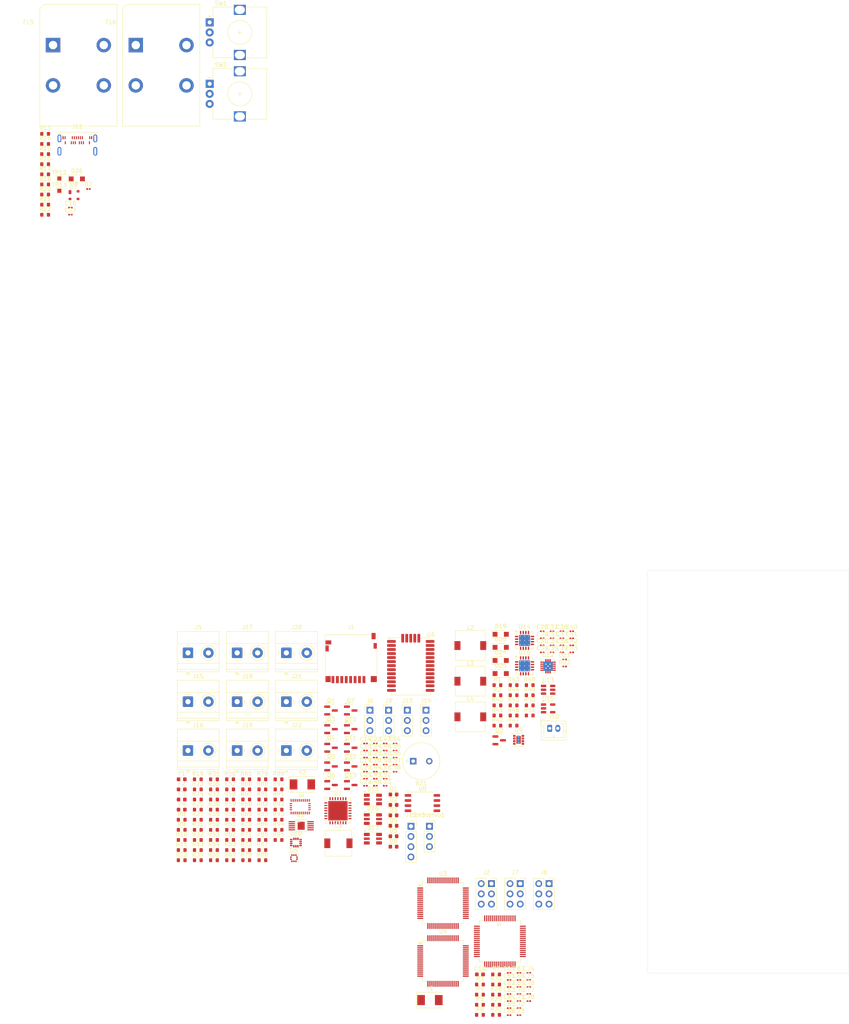
<source format=kicad_pcb>
(kicad_pcb (version 20241229) (generator "pcbnew") (generator_version "9.0")
  (layers (0 "F.Cu" signal) (2 "B.Cu" signal) (13 "F.Paste" user) (15 "B.Paste" user) (5 "F.SilkS" user "F.Silkscreen") (7 "B.SilkS" user "B.Silkscreen") (1 "F.Mask" user) (3 "B.Mask" user) (25 "Edge.Cuts" user))
  (net 0 "")
  (net 1 "Net-(1x3servo1-Pin_2)")
  (net 2 "GND")
  (net 3 "+3.3V")
  (net 4 "SERVO5")
  (net 5 "+5V")
  (net 6 "Net-(D20-K)")
  (net 7 "Net-(U9-SS{slash}TR)")
  (net 8 "Net-(U15-EN)")
  (net 9 "Net-(D4-A)")
  (net 10 "Net-(BZ1--)")
  (net 11 "Net-(U1-XTAL32)")
  (net 12 "Net-(U2-CAP)")
  (net 13 "Net-(D26-A)")
  (net 14 "Net-(U1-EXTAL32)")
  (net 15 "Net-(D2-A)")
  (net 16 "VBUS")
  (net 17 "Net-(D21-A)")
  (net 18 "Net-(D22-A)")
  (net 19 "Net-(U6-RF_OUT)")
  (net 20 "Net-(J4-In)")
  (net 21 "Net-(U7-RFO_HF)")
  (net 22 "Net-(C22-Pad2)")
  (net 23 "Net-(U7-PA_BOOST)")
  (net 24 "Net-(U7-VR_PA)")
  (net 25 "POWAAAA")
  (net 26 "Net-(J9-Pin_2)")
  (net 27 "Net-(J10-Pin_1)")
  (net 28 "Net-(L2-Pad2)")
  (net 29 "Net-(Q2-G)")
  (net 30 "bat")
  (net 31 "Net-(U14-LBI)")
  (net 32 "Net-(U14-FB)")
  (net 33 "Net-(U9-FB)")
  (net 36 "Net-(D24-K)")
  (net 38 "usbc")
  (net 39 "Net-(D25-K)")
  (net 40 "Net-(U12-VAUX)")
  (net 43 "Net-(U12-FB)")
  (net 44 "Net-(U2-XIN32)")
  (net 46 "Net-(U2-XOUT32{slash}CLKSEL1)")
  (net 49 "Net-(IC1-OUT2)")
  (net 51 "Net-(IC1-OUT1)")
  (net 54 "Net-(U4-VDDCORE)")
  (net 55 "Net-(U1-VOUT3V3)")
  (net 56 "Net-(U3-VDDCORE)")
  (net 59 "Net-(U4-GNDANA)")
  (net 62 "Net-(D1-K)")
  (net 63 "Net-(D3-A)")
  (net 64 "Net-(D3-K)")
  (net 65 "Net-(D4-K)")
  (net 66 "Net-(D5-K)")
  (net 67 "Net-(D5-A)")
  (net 68 "Net-(D6-A)")
  (net 69 "Net-(D6-K)")
  (net 70 "Net-(D7-A)")
  (net 72 "Net-(D8-I{slash}O1)")
  (net 73 "Net-(D8-I{slash}O2)")
  (net 74 "Net-(D15-RA)")
  (net 76 "Net-(D15-BA)")
  (net 79 "Net-(D15-GA)")
  (net 80 "Net-(D16-GA)")
  (net 81 "Net-(D16-RA)")
  (net 82 "Net-(D16-BA)")
  (net 84 "Net-(D17-GA)")
  (net 86 "Net-(D17-RA)")
  (net 95 "Net-(D17-BA)")
  (net 97 "Net-(J19-Pin_2)")
  (net 98 "Net-(J20-Pin_2)")
  (net 99 "Net-(J21-Pin_2)")
  (net 101 "Net-(J22-Pin_2)")
  (net 103 "Net-(FL5-Pad3)")
  (net 105 "Net-(FL5-Pad4)")
  (net 109 "SERVO3")
  (net 110 "Net-(J6-Pin_2)")
  (net 113 "SERVO4")
  (net 117 "Net-(J11-CC1)")
  (net 128 "Net-(J11-CC2)")
  (net 129 "SERVO2")
  (net 130 "Net-(J13-Pin_2)")
  (net 132 "Net-(J14-Pin_2)")
  (net 133 "SERVO1")
  (net 135 "Net-(L3-Pad2)")
  (net 138 "Net-(U12-L1)")
  (net 140 "Net-(U12-L2)")
  (net 142 "Net-(Q1-G)")
  (net 143 "Net-(Q1-D)")
  (net 144 "Net-(Q3-G)")
  (net 145 "Net-(Q3-D)")
  (net 146 "Net-(Q4-G)")
  (net 147 "Net-(Q4-D)")
  (net 149 "Net-(Q5-G)")
  (net 152 "Net-(Q5-D)")
  (net 156 "Net-(Q6-D)")
  (net 157 "Net-(Q6-G)")
  (net 158 "BUZZER")
  (net 159 "Net-(Q10-G)")
  (net 160 "Net-(Q10-D)")
  (net 161 "Net-(Q11-D)")
  (net 162 "Net-(Q11-G)")
  (net 163 "Net-(Q12-D)")
  (net 165 "Net-(Q12-G)")
  (net 166 "Net-(Q13-D)")
  (net 168 "Net-(Q13-G)")
  (net 171 "nRESET DMCU-1")
  (net 172 "nRESET MMCU")
  (net 173 "nRESET DMCU-2")
  (net 178 "scl")
  (net 180 "sda")
  (net 182 "Net-(U2-~{BOOT})")
  (net 183 "Net-(U2-PS1)")
  (net 185 "Net-(U2-PS0{slash}WAKE)")
  (net 187 "Net-(U6-~{RESET})")
  (net 188 "RS_GPS TMCU")
  (net 189 "Net-(U8-~{WP}{slash}IO_{2})")
  (net 190 "D+ MMCU")
  (net 191 "Net-(R13-Pad1)")
  (net 192 "Net-(R14-Pad1)")
  (net 193 "D+ DMCU-1")
  (net 194 "D+ DMCU-2")
  (net 195 "Net-(R15-Pad1)")
  (net 196 "Net-(R16-Pad1)")
  (net 197 "D- MMCU")
  (net 199 "D- DMCU-1")
  (net 200 "Net-(R17-Pad1)")
  (net 201 "Net-(R18-Pad1)")
  (net 202 "D- DMCU-2")
  (net 203 "Net-(U7-DIO0)")
  (net 204 "Net-(U7-DIO1)")
  (net 205 "DIR1")
  (net 206 "PWM1")
  (net 207 "CS_IMU TMCU")
  (net 208 "INTERRUPT TMCU")
  (net 209 "CS_BARO TMCU")
  (net 210 "CS_SD MMCU")
  (net 211 "CS_NAND MMCU")
  (net 216 "RESETN TMCU")
  (net 217 "SPI_CLOCK TMCU")
  (net 218 "MISO TMCU")
  (net 219 "MOSI TMCU")
  (net 220 "CS_IMU1")
  (net 221 "Net-(U16-LBI)")
  (net 222 "Net-(U16-FB)")
  (net 223 "Net-(U5-INT_DRDY)")
  (net 224 "Net-(U8-~{HOLD}{slash}~{RESET}{slash}IO_{3})")
  (net 225 "SD_DETECT")
  (net 226 "Net-(U7-NSS)")
  (net 227 "mosfet1_signal")
  (net 228 "mosfet2_signal")
  (net 229 "mosfet3_signal")
  (net 230 "mosfet4_signal")
  (net 231 "mosfet5_signal")
  (net 232 "Net-(J15-Pin_2)")
  (net 233 "Net-(J16-Pin_2)")
  (net 234 "Net-(J17-Pin_2)")
  (net 235 "Net-(J18-Pin_2)")
  (net 236 "1B")
  (net 237 "1G")
  (net 238 "1R")
  (net 239 "2R")
  (net 240 "2G")
  (net 241 "2B")
  (net 242 "3R")
  (net 243 "3G")
  (net 244 "3B")
  (net 245 "I2C0_SCL")
  (net 246 "SWCLK DMCU-1")
  (net 247 "SWDIO DMCU-1")
  (net 248 "PTD4")
  (net 249 "I2C0_SDA")
  (net 250 "RX TMCU")
  (net 251 "PTA12")
  (net 252 "CS TMCU")
  (net 253 "TX TMCU")
  (net 254 "SWDIO DMCU-2")
  (net 255 "SWCLK DMCU-2")
  (net 256 " SPI0_SCK MMCU")
  (net 257 "NAND_MISO MMCU")
  (net 258 "NAND_MOSI MMCU")
  (net 283 "SPI0_SCK MMCU")
  (net 285 "SWCLK MMCU")
  (net 286 "SWDIO MMCU")
  (net 290 "CAM_RX")
  (net 291 "CAM_TX")
  (footprint "Capacitor_SMD:C_0201_0603Metric" (layer "F.Cu") (at 80.435 132.09)
    (property "Reference" "C61")
    (property "Value" "100nF")
  )
  (footprint "Resistor_SMD:R_0603_1608Metric" (layer "F.Cu") (at 7.115 94.84)
    (property "Reference" "R52")
    (property "Value" "10k")
  )
  (footprint "Resistor_SMD:R_0603_1608Metric" (layer "F.Cu") (at 81.545 61.43)
    (property "Reference" "R44")
    (property "Value" "350k")
  )
  (footprint "Diode_SMD:D_0603_1608Metric" (layer "F.Cu") (at 51.725 86.06)
    (property "Reference" "D1")
    (property "Value" "D_Schottky")
  )
  (footprint "Fuse:Fuse_0603_1608Metric" (layer "F.Cu") (at -0.905 84.8)
    (property "Reference" "F2")
    (property "Value" "Polyfuse")
  )
  (footprint "Resistor_SMD:R_0603_1608Metric" (layer "F.Cu") (at -34.83 -57.84)
    (property "Reference" "R22")
    (property "Value" "330")
  )
  (footprint "Resistor_SMD:R_0603_1608Metric" (layer "F.Cu") (at 7.115 82.29)
    (property "Reference" "R35")
    (property "Value" "10k")
  )
  (footprint "Package_TO_SOT_SMD:TSOT-23-6" (layer "F.Cu") (at 90.135 60.065)
    (property "Reference" "U13")
    (property "Value" "LTC4412xS6")
  )
  (footprint "Resistor_SMD:R_0603_1608Metric" (layer "F.Cu") (at 23.155 94.84)
    (property "Reference" "R94")
    (property "Value" "220")
  )
  (footprint "Package_TO_SOT_SMD:SOT-23" (layer "F.Cu") (at 41.085 79.09)
    (property "Reference" "Q12")
    (property "Value" "2N7002")
  )
  (footprint "Resistor_SMD:R_0603_1608Metric" (layer "F.Cu") (at -34.83 -75.41)
    (property "Reference" "R14")
    (property "Value" "22")
  )
  (footprint "Capacitor_SMD:C_0201_0603Metric" (layer "F.Cu") (at 85.335 137.34)
    (property "Reference" "C78")
    (property "Value" "100nF")
  )
  (footprint "Package_DFN_QFN:Texas_RSA_VQFN-16-1EP_4x4mm_P0.65mm_EP2.7x2.7mm_ThermalVias" (layer "F.Cu") (at 84.275 54.13)
    (property "Reference" "U16")
    (property "Value" "TPS61092")
  )
  (footprint "Capacitor_SMD:C_0201_0603Metric" (layer "F.Cu") (at 44.755 75.14)
    (property "Reference" "C15")
    (property "Value" "100nF")
  )
  (footprint "Package_TO_SOT_SMD:SOT-23" (layer "F.Cu") (at 36.195 83.715)
    (property "Reference" "Q6")
    (property "Value" "2N7002")
  )
  (footprint "Resistor_SMD:R_0603_1608Metric" (layer "F.Cu") (at 77.535 68.96)
    (property "Reference" "R42")
    (property "Value" "430k")
  )
  (footprint "Resistor_SMD:R_0603_1608Metric" (layer "F.Cu") (at 81.545 63.94)
    (property "Reference" "R45")
    (property "Value" "100k")
  )
  (footprint "Capacitor_SMD:C_0201_0603Metric" (layer "F.Cu") (at 88.655 50.79)
    (property "Reference" "C31")
    (property "Value" "100u")
  )
  (footprint "Resistor_SMD:R_0603_1608Metric" (layer "F.Cu") (at 77.535 61.43)
    (property "Reference" "R2")
    (property "Value" "10k")
  )
  (footprint "Resistor_SMD:R_0603_1608Metric" (layer "F.Cu") (at 19.145 89.82)
    (property "Reference" "R82")
    (property "Value" "10k")
  )
  (footprint "Capacitor_SMD:C_0201_0603Metric" (layer "F.Cu") (at 47.205 82.14)
    (property "Reference" "C45")
    (property "Value" "100nF")
  )
  (footprint "Package_SO:SOIC-8_5.3x5.3mm_P1.27mm" (layer "F.Cu") (at 58.905 88.19)
    (property "Reference" "U8")
    (property "Value" "NAND")
  )
  (footprint "LED_SMD:LED_ROHM_SMLVN6" (layer "F.Cu") (at 46.605 92.17)
    (property "Reference" "D16")
    (property "Value" "SMLVN6RGB")
  )
  (footprint "Resistor_SMD:R_0603_1608Metric" (layer "F.Cu") (at -34.83 -65.37)
    (property "Reference" "R18")
    (property "Value" "22")
  )
  (footprint "MK20DX256VLH7:QFP50P1200X1200X160-64N" (layer "F.Cu") (at 78.1416 122.5166)
    (property "Reference" "U1")
    (property "Value" "MMCU")
  )
  (footprint "Crystal:Crystal_SMD_0603-2Pin_6.0x3.5mm" (layer "F.Cu") (at 29.085 83.56)
    (property "Reference" "Y2")
    (property "Value" "32.768kHz")
  )
  (footprint "Connector_USB:USB_C_Receptacle_Amphenol_124019772112A" (layer "F.Cu") (at -26.82 -73.77)
    (property "Reference" "J11")
    (property "Value" "USB_C_Receptacle_USB2.0_16P")
  )
  (footprint "Package_SON:Texas_S-PWSON-N10_ThermalVias" (layer "F.Cu") (at 90.105 54.22)
    (property "Reference" "U12")
    (property "Value" "TPS63061")
  )
  (footprint "Package_TO_SOT_SMD:SOT-23" (layer "F.Cu") (at 36.195 69.84)
    (property "Reference" "Q3")
    (property "Value" "2N7002")
  )
  (footprint "Package_QFP:TQFP-64_10x10mm_P0.5mm" (layer "F.Cu") (at 64.015 127.39)
    (property "Reference" "U4")
    (property "Value" "TMCU")
  )
  (footprint "LED_SMD:LED_0201_0603Metric" (layer "F.Cu") (at -24.065 -64.24)
    (property "Reference" "D7")
    (property "Value" "LED")
  )
  (footprint "Package_TO_SOT_SMD:SOT-23" (layer "F.Cu") (at 36.195 74.465)
    (property "Reference" "Q4")
    (property "Value" "2N7002")
  )
  (footprint "Resistor_SMD:R_0603_1608Metric" (layer "F.Cu") (at 19.145 97.35)
    (property "Reference" "R85")
    (property "Value" "100")
  )
  (footprint "Resistor_SMD:R_0603_1608Metric" (layer "F.Cu") (at -0.905 99.86)
    (property "Reference" "R11")
    (property "Value" "10kΩ")
  )
  (footprint "Package_DFN_QFN:Texas_RSA_VQFN-16-1EP_4x4mm_P0.65mm_EP2.7x2.7mm_ThermalVias" (layer "F.Cu") (at 84.275 47.82)
    (property "Reference" "U14")
    (property "Value" "TPS61092")
  )
  (footprint "Resistor_SMD:R_0603_1608Metric" (layer "F.Cu") (at 73.195 140.76)
    (property "Reference" "R6")
    (property "Value" "4.7k")
  )
  (footprint "Package_TO_SOT_SMD:SOT-23-5" (layer "F.Cu") (at 90.135 64.69)
    (property "Reference" "U15")
    (property "Value" "AP2112K-3.3")
  )
  (footprint "Inductor_THT:L_CommonMode_PulseElectronics_PH9455x105NL_1" (layer "F.Cu") (at -32.86 -99.95)
    (property "Reference" "FL5")
    (property "Value" "Choke_CommonMode_PulseElectronics_PH9455x105NL")
  )
  (footprint "Capacitor_SMD:C_0201_0603Metric" (layer "F.Cu") (at 96.005 49.04)
    (property "Reference" "C42")
    (property "Value" "10uF")
  )
  (footprint "Capacitor_SMD:C_0201_0603Metric" (layer "F.Cu") (at 47.205 83.89)
    (property "Reference" "C46")
    (property "Value" "22pF")
  )
  (footprint "Capacitor_SMD:C_0201_0603Metric" (layer "F.Cu") (at 82.885 137.34)
    (property "Reference" "C71")
    (property "Value" "100nF")
  )
  (footprint "Package_TO_SOT_SMD:SOT-23" (layer "F.Cu") (at 41.085 65.215)
    (property "Reference" "Q7")
    (property "Value" "BSS138")
  )
  (footprint "Resistor_SMD:R_0603_1608Metric" (layer "F.Cu") (at 15.135 82.29)
    (property "Reference" "R65")
    (property "Value" "100")
  )
  (footprint "TerminalBlock_Phoenix:TerminalBlock_Phoenix_MKDS-1,5-2-5.08_1x02_P5.08mm_Horizontal" (layer "F.Cu") (at 0.655 75.15)
    (property "Reference" "J16")
    (property "Value" "arming terminal")
  )
  (footprint "Capacitor_SMD:C_0201_0603Metric" (layer "F.Cu") (at 80.435 130.34)
    (property "Reference" "C17")
    (property "Value" "12pF")
  )
  (footprint "Capacitor_SMD:C_0201_0603Metric" (layer "F.Cu") (at 85.335 132.09)
    (property "Reference" "C75")
    (property "Value" "100nF")
  )
  (footprint "Resistor_SMD:R_0603_1608Metric" (layer "F.Cu") (at 3.105 94.84)
    (property "Reference" "R31")
    (property "Value" "10k")
  )
  (footprint "Capacitor_SMD:C_0201_0603Metric" (layer "F.Cu") (at 88.655 49.04)
    (property "Reference" "C30")
    (property "Value" "2u2")
  )
  (footprint "Resistor_SMD:R_0603_1608Metric" (layer "F.Cu") (at 81.545 58.92)
    (property "Reference" "R43")
    (property "Value" "100k")
  )
  (footprint "Resistor_SMD:R_0603_1608Metric" (layer "F.Cu") (at 81.545 66.45)
    (property "Reference" "R46")
    (property "Value" "100")
  )
  (footprint "Resistor_SMD:R_0603_1608Metric" (layer "F.Cu") (at 11.125 102.37)
    (property "Reference" "R64")
    (property "Value" "100")
  )
  (footprint "Capacitor_SMD:C_0201_0603Metric" (layer "F.Cu") (at 91.105 50.79)
    (property "Reference" "C35")
    (property "Value" "1uF")
  )
  (footprint "Resistor_SMD:R_0603_1608Metric" (layer "F.Cu") (at 19.145 92.33)
    (property "Reference" "R83")
    (property "Value" "100")
  )
  (footprint "Resistor_SMD:R_0603_1608Metric" (layer "F.Cu") (at 15.135 89.82)
    (property "Reference" "R68")
    (property "Value" "100k")
  )
  (footprint "Diode_SMD:Nexperia_CFP3_SOD-123W" (layer "F.Cu") (at 78.35 46.29)
    (property "Reference" "D19")
    (property "Value" "PMEG6020ER")
  )
  (footprint "Resistor_SMD:R_0603_1608Metric" (layer "F.Cu") (at 3.105 99.86)
    (property "Reference" "R33")
    (property "Value" "10k")
  )
  (footprint "Capacitor_SMD:C_0201_0603Metric" (layer "F.Cu") (at 82.885 132.09)
    (property "Reference" "C68")
    (property "Value" "100nF")
  )
  (footprint "Fuse:Fuse_0603_1608Metric" (layer "F.Cu") (at -0.905 87.31)
    (property "Reference" "F3")
    (property "Value" "Polyfuse")
  )
  (footprint "Resistor_SMD:R_0603_1608Metric" (layer "F.Cu") (at 7.115 99.86)
    (property "Reference" "R54")
    (property "Value" "10kΩ")
  )
  (footprint "Diode_SMD:Nexperia_CFP3_SOD-123W" (layer "F.Cu") (at 78.35 49.54)
    (property "Reference" "D20")
    (property "Value" "PMEG6020ER")
  )
  (footprint "Capacitor_SMD:C_0201_0603Metric" (layer "F.Cu") (at 52.105 76.89)
    (property "Reference" "C56")
    (property "Value" "100nF")
  )
  (footprint "Capacitor_SMD:C_0201_0603Metric" (layer "F.Cu") (at 44.755 78.64)
    (property "Reference" "C19")
    (property "Value" "100nF")
  )
  (footprint "Resistor_SMD:R_0603_1608Metric" (layer "F.Cu") (at 11.125 92.33)
    (property "Reference" "R60")
    (property "Value" "1k")
  )
  (footprint "Capacitor_SMD:C_0201_0603Metric" (layer "F.Cu") (at 47.205 73.39)
    (property "Reference" "C23")
    (property "Value" "100 nF")
  )
  (footprint "Resistor_SMD:R_0603_1608Metric" (layer "F.Cu") (at 3.105 89.82)
    (property "Reference" "R25")
    (property "Value" "10k")
  )
  (footprint "Inductor_SMD:L_7.3x7.3_H4.5" (layer "F.Cu") (at 70.805 66.79)
    (property "Reference" "L4")
    (property "Value" "SLF7055T-6R8N2R8-3PF")
  )
  (footprint "Capacitor_SMD:C_0201_0603Metric" (layer "F.Cu") (at 80.435 133.84)
    (property "Reference" "C62")
    (property "Value" "100nF")
  )
  (footprint "Resistor_SMD:R_0603_1608Metric" (layer "F.Cu") (at 11.125 94.84)
    (property "Reference" "R61")
    (property "Value" "1k")
  )
  (footprint "Resistor_SMD:R_0603_1608Metric" (layer "F.Cu") (at 73.195 135.74)
    (property "Reference" "R4")
    (property "Value" "10k")
  )
  (footprint "Capacitor_SMD:C_0201_0603Metric" (layer "F.Cu") (at 52.105 75.14)
    (property "Reference" "C55")
    (property "Value" "100nF")
  )
  (footprint "Resistor_SMD:R_0603_1608Metric" (layer "F.Cu") (at -34.83 -77.92)
    (property "Reference" "R13")
    (property "Value" "22")
  )
  (footprint "Capacitor_SMD:C_0201_0603Metric" (layer "F.Cu") (at 80.435 135.59)
    (property "Reference" "C63")
    (property "Value" "1uF")
  )
  (footprint "Inductor_SMD:L_7.3x7.3_H4.5" (layer "F.Cu") (at 70.805 49.09)
    (property "Reference" "L2")
    (property "Value" "SLF7055T-6R8N2R8-3PF")
  )
  (footprint "LED_SMD:LED_0201_0603Metric" (layer "F.Cu") (at 94.24 52.54)
    (property "Reference" "D21")
    (property "Value" "LED")
  )
  (footprint "Capacitor_SMD:C_0201_0603Metric" (layer "F.Cu") (at 49.655 76.89)
    (property "Reference" "C49")
    (property "Value" "100nF")
  )
  (footprint "Capacitor_SMD:C_0201_0603Metric" (layer "F.Cu") (at 82.885 140.84)
    (property "Reference" "C73")
    (property "Value" "100nF")
  )
  (footprint "Resistor_SMD:R_0603_1608Metric" (layer "F.Cu") (at 7.115 97.35)
    (property "Reference" "R53")
    (property "Value" "10k")
  )
  (footprint "Capacitor_SMD:C_0201_0603Metric" (layer "F.Cu") (at 96.005 50.79)
    (property "Reference" "C43")
    (property "Value" "10uF")
  )
  (footprint "Capacitor_SMD:C_0201_0603Metric" (layer "F.Cu") (at 93.555 47.29)
    (property "Reference" "C37")
    (property "Value" "10u")
  )
  (footprint "Resistor_SMD:R_0603_1608Metric" (layer "F.Cu") (at 23.155 84.8)
    (property "Reference" "R90")
    (property "Value" "220")
  )
  (footprint "Capacitor_SMD:C_0201_0603Metric" (layer "F.Cu") (at -28.55 -59.62)
    (property "Reference" "C16")
    (property "Value" "4n7")
  )
  (footprint "Resistor_SMD:R_0603_1608Metric" (layer "F.Cu") (at -34.83 -67.88)
    (property "Reference" "R17")
    (property "Value" "22")
  )
  (footprint "Resistor_SMD:R_0603_1608Metric" (layer "F.Cu") (at 77.535 63.94)
    (property "Reference" "R40")
    (property "Value" "100k")
  )
  (footprint "Capacitor_SMD:C_0201_0603Metric" (layer "F.Cu") (at 80.435 137.34)
    (property "Reference" "C64")
    (property "Value" "0.1uF")
  )
  (footprint "Resistor_SMD:R_0603_1608Metric" (layer "F.Cu") (at 11.125 84.8)
    (property "Reference" "R57")
    (property "Value" "10k")
  )
  (footprint "Capacitor_SMD:C_0201_0603Metric" (layer "F.Cu") (at 49.655 75.14)
    (property "Reference" "C48")
    (property "Value" "100nF")
  )
  (footprint "TerminalBlock_Phoenix:TerminalBlock_Phoenix_MKDS-1,5-2-5.08_1x02_P5.08mm_Horizontal" (layer "F.Cu") (at 25.095 50.9)
    (property "Reference" "J20")
    (property "Value" "Screw_Terminal_01x02")
  )
  (footprint "LED_SMD:LED_0603_1608Metric" (layer "F.Cu") (at 51.725 96.42)
    (property "Reference" "D5")
    (property "Value" "LED")
  )
  (footprint "Capacitor_SMD:C_0201_0603Metric" (layer "F.Cu") (at 47.205 76.89)
    (property "Reference" "C25")
    (property "Value" "100nF")
  )
  (footprint "Resistor_SMD:R_0603_1608Metric" (layer "F.Cu") (at 15.135 99.86)
    (property "Reference" "R72")
    (property "Value" "2k2")
  )
  (footprint "Capacitor_SMD:C_0201_0603Metric" (layer "F.Cu") (at 52.105 78.64)
    (property "Reference" "C57")
    (property "Value" "100nF")
  )
  (footprint "Resistor_SMD:R_0603_1608Metric" (layer "F.Cu") (at 11.125 82.29)
    (property "Reference" "R56")
    (property "Value" "10k")
  )
  (footprint "Capacitor_SMD:C_0201_0603Metric" (layer "F.Cu") (at 85.335 135.59)
    (property "Reference" "C77")
    (property "Value" "100nF")
  )
  (footprint "TerminalBlock_Phoenix:TerminalBlock_Phoenix_MKDS-1,5-2-5.08_1x02_P5.08mm_Horizontal" (layer "F.Cu") (at 25.095 75.15)
    (property "Reference" "J22")
    (property "Value" "Screw_Terminal_01x02")
  )
  (footprint "Package_TO_SOT_SMD:SOT-23" (layer "F.Cu") (at 41.085 69.84)
    (property "Reference" "Q10")
    (property "Value" "2N7002")
  )
  (footprint "Resistor_SMD:R_0603_1608Metric" (layer "F.Cu") (at 23.155 82.29)
    (property "Reference" "R89")
    (property "Value" "220")
  )
  (footprint "Capacitor_SMD:C_0201_0603Metric" (layer "F.Cu") (at 93.555 45.54)
    (property "Reference" "C36")
    (property "Value" "1u")
  )
  (footprint "Capacitor_SMD:C_0201_0603Metric" (layer "F.Cu") (at 47.205 78.64)
    (property "Reference" "C26")
    (property "Value" "10nF")
  )
  (footprint "Resistor_SMD:R_0603_1608Metric" (layer "F.Cu") (at -34.83 -70.39)
    (property "Reference" "R16")
    (property "Value" "22")
  )
  (footprint "LED_SMD:LED_ROHM_SMLVN6" (layer "F.Cu") (at 46.605 87.305)
    (property "Reference" "D15")
    (property "Value" "SMLVN6RGB")
  )
  (footprint "Capacitor_SMD:C_0201_0603Metric" (layer "F.Cu") (at 80.435 139.09)
    (property "Reference" "C65")
    (property "Value" "0.1uF")
  )
  (footprint "Capacitor_SMD:C_0201_0603Metric" (layer "F.Cu") (at 47.205 75.14)
    (property "Reference" "C24")
    (property "Value" "10nF")
  )
  (footprint "Resistor_SMD:R_0603_1608Metric" (layer "F.Cu") (at -0.905 97.35)
    (property "Reference" "R10")
    (property "Value" "10kΩ")
  )
  (footprint "Resistor_SMD:R_0603_1608Metric" (layer "F.Cu") (at 85.555 58.92)
    (property "Reference" "R48")
    (property "Value" "100k")
  )
  (footprint "Resistor_SMD:R_0603_1608Metric" (layer "F.Cu") (at -0.905 92.33)
    (property "Reference" "R8")
    (property "Value" "10kΩ")
  )
  (footprint "Resistor_SMD:R_0603_1608Metric" (layer "F.Cu") (at 15.135 87.31)
    (property "Reference" "R67")
    (property "Value" "100")
  )
  (footprint "TerminalBlock_Phoenix:TerminalBlock_Phoenix_MKDS-1,5-2-5.08_1x02_P5.08mm_Horizontal" (layer "F.Cu") (at 0.655 50.9)
    (property "Reference" "J5")
    (property "Value" "Screw_Term")
  )
  (footprint "Package_LGA:Texas_SIL0008D_MicroSiP-8-1EP_2.8x3mm_P0.65mm_EP1.1x1.9mm_ThermalVias" (layer "F.Cu") (at 82.79 72.49)
    (property "Reference" "U9")
    (property "Value" "TPS82130")
  )
  (footprint "Resistor_SMD:R_0603_1608Metric" (layer "F.Cu") (at 15.135 84.8)
    (property "Reference" "R66")
    (property "Value" "100")
  )
  (footprint "Capacitor_SMD:C_0201_0603Metric" (layer "F.Cu") (at 91.105 45.54)
    (property "Reference" "C32")
    (property "Value" "10uF")
  )
  (footprint "Resistor_SMD:R_0603_1608Metric" (layer "F.Cu") (at 77.205 133.23)
    (property "Reference" "R26")
    (property "Value" "R")
  )
  (footprint "Connector_PinHeader_2.54mm:PinHeader_1x03_P2.54mm_Vertical" (layer "F.Cu") (at 45.855 65.14)
    (property "Reference" "J6")
    (property "Value" "1x3 servo")
  )
  (footprint "Package_TO_SOT_SMD:SOT-23" (layer "F.Cu") (at 41.085 74.465)
    (property "Reference" "Q11")
    (property "Value" "2N7002")
  )
  (footprint "Capacitor_SMD:C_0201_0603Metric" (layer "F.Cu") (at 85.335 133.84)
    (property "Reference" "C76")
    (property "Value" "100nF")
  )
  (footprint "Resistor_SMD:R_0603_1608Metric" (layer "F.Cu") (at 7.115 87.31)
    (property "Reference" "R37")
    (property "Value" "10k")
  )
  (footprint "Resistor_SMD:R_0603_1608Metric" (layer "F.Cu") (at 77.205 135.74)
    (property "Reference" "R28")
    (property "Value" "R")
  )
  (footprint "Buzzer_Beeper:MagneticBuzzer_PUI_AT-0927-TT-6-R" (layer "F.Cu") (at 56.605 77.79)
    (property "Reference" "BZ1")
    (property "Value" "Buzzer")
  )
  (footprint "Resistor_SMD:R_0603_1608Metric" (layer "F.Cu") (at 81.545 68.96)
    (property "Reference" "R47")
    (property "Value" "330")
  )
  (footprint "Resistor_SMD:R_0603_1608Metric" (layer "F.Cu") (at 73.195 138.25)
    (property "Reference" "R5")
    (property "Value" "10k")
  )
  (footprint "Capacitor_SMD:C_0201_0603Metric" (layer "F.Cu") (at 96.005 45.54)
    (property "Reference" "C40")
    (property "Value" "10uF")
  )
  (footprint "Resistor_SMD:R_0603_1608Metric" (layer "F.Cu") (at 19.145 102.37)
    (property "Reference" "R88")
    (property "Value" "220")
  )
  (footprint "Crystal:Crystal_SMD_0603-2Pin_6.0x3.5mm" (layer "F.Cu") (at 60.765 137.09)
    (property "Reference" "Y1")
    (property "Value" "Crystal")
  )
  (footprint "Capacitor_SMD:C_0201_0603Metric" (layer "F.Cu") (at 82.885 133.84)
    (property "Reference" "C69")
    (property "Value" "100nF")
  )
  (footprint "BNO086:IC_BNO086" (layer "F.Cu") (at 28.535 89.085)
    (property "Reference" "U2")
    (property "Value" "IMU")
  )
  (footprint "LED_SMD:LED_0201_0603Metric" (layer "F.Cu") (at 94.24 54.29)
    (property "Reference" "D22")
    (property "Value" "LED")
  )
  (footprint "LED_SMD:LED_ROHM_SMLVN6" (layer "F.Cu") (at 46.605 97.035)
    (property "Reference" "D17")
    (property "Value" "SMLVN6RGB")
  )
  (footprint "Resistor_SMD:R_0603_1608Metric" (layer "F.Cu") (at 19.145 94.84)
    (property "Reference" "R84")
    (property "Value" "10k")
  )
  (footprint "LED_SMD:LED_0603_1608Metric" (layer "F.Cu") (at 51.725 99.01)
    (property "Reference" "D6")
    (property "Value" "LED")
  )
  (footprint "Resistor_SMD:R_0603_1608Metric" (layer "F.Cu") (at 3.105 87.31)
    (property "Reference" "R24")
    (property "Value" "10k")
  )
  (footprint "Connector_Card:microSD_HC_Hirose_DM3D-SF" (layer "F.Cu") (at 41.195 52.19)
    (property "Reference" "J1")
    (property "Value" "Micro_SD_Card_Det1")
  )
  (footprint "Capacitor_SMD:C_0201_0603Metric" (layer "F.Cu") (at 82.885 139.09)
    (property "Reference" "C72")
    (property "Value" "100nF")
  )
  (footprint "Resistor_SMD:R_0603_1608Metric" (layer "F.Cu") (at 23.155 87.31)
    (property "Reference" "R91")
    (property "Value" "220")
  )
  (footprint "Capacitor_SMD:C_0201_0603Metric" (layer "F.Cu") (at 52.105 80.39)
    (property "Reference" "C58")
    (property "Value" "100nF")
  )
  (footprint "Resistor_SMD:R_0603_1608Metric" (layer "F.Cu") (at -34.83 -62.86)
    (property "Reference" "R20")
    (property "Value" "5k1")
  )
  (footprint "Capacitor_SMD:C_0201_0603Metric" (layer "F.Cu") (at 88.655 47.29)
    (property "Reference" "C29")
    (property "Value" "10u")
  )
  (footprint "Capacitor_SMD:C_0201_0603Metric" (layer "F.Cu") (at 49.655 83.89)
    (property "Reference" "C53")
    (property "Value" "100nF")
  )
  (footprint "Capacitor_SMD:C_0201_0603Metric" (layer "F.Cu") (at 44.755 83.89)
    (property "Reference" "C22")
    (property "Value" "1.8 pF")
  )
  (footprint "Resistor_SMD:R_0603_1608Metric" (layer "F.Cu") (at 3.105 92.33)
    (property "Reference" "R27")
    (property "Value" "10k")
  )
  (footprint "Rotary_Encoder:RotaryEncoder_Alps_EC12E_Vertical_H20mm" (layer "F.Cu") (at 6.04 -90.35)
    (property "Reference" "SW2")
    (property "Value" "SW_Rotary_1x4_MP")
  )
  (footprint "Resistor_SMD:R_0603_1608Metric" (layer "F.Cu") (at 11.125 99.86)
    (property "Reference" "R63")
    (property "Value" "100")
  )
  (footprint "Capacitor_SMD:C_0603_1608Metric" (layer "F.Cu") (at 73.195 130.72)
    (property "Reference" "C10")
    (property "Value" "12pF")
  )
  (footprint "Resistor_SMD:R_0603_1608Metric" (layer "F.Cu") (at 3.105 102.37)
    (property "Reference" "R34")
    (property "Value" "10k")
  )
  (footprint "Capacitor_SMD:C_0201_0603Metric" (layer "F.Cu") (at 49.655 82.14)
    (property "Reference" "C52")
    (property "Value" "100nF")
  )
  (footprint "A3909:MSOP10-PAD" (layer "F.Cu") (at 28.785 93.8185)
    (property "Reference" "IC1")
    (property "Value" "A3909")
  )
  (footprint "Resistor_SMD:R_0603_1608Metric" (layer "F.Cu") (at 7.115 89.82)
    (property "Reference" "R38")
    (property "Value" "10k")
  )
  (footprint "Diode_SMD:Nexperia_CFP3_SOD-123W" (layer "F.Cu") (at -26.955 -66.74)
    (property "Reference" "D26")
    (property "Value" "PMEG6020ER")
  )
  (footprint "Capacitor_SMD:C_0201_0603Metric" (layer "F.Cu") (at 44.755 73.39)
    (property "Reference" "C14")
    (property "Value" "0.1µF")
  )
  (footprint "Capacitor_SMD:C_0201_0603Metric" (layer "F.Cu") (at 49.655 80.39)
    (property "Reference" "C51")
    (property "Value" "100nF")
  )
  (footprint "Connector_JST:JST_PH_B2B-PH-K_1x02_P2.00mm_Vertical" (layer "F.Cu") (at 90.535 69.64)
    (property "Reference" "J10")
    (property "Value" "Conn_01x02_Pin")
  )
  (footprint "Package_TO_SOT_SMD:SOT-23" (layer "F.Cu") (at 36.195 79.09)
    (property "Reference" "Q5")
    (property "Value" "2N7002")
  )
  (footprint "Resistor_SMD:R_0603_1608Metric" (layer "F.Cu") (at 23.155 89.82)
    (property "Reference" "R92")
    (property "Value" "220")
  )
  (footprint "Connector_PinHeader_2.54mm:PinHeader_1x03_P2.54mm_Vertical" (layer "F.Cu") (at 55.155 65.14)
    (property "Reference" "J13")
    (property "Value" "1x3 servo")
  )
  (footprint "Resistor_SMD:R_0603_1608Metric" (layer "F.Cu") (at 73.195 133.23)
    (property "Reference" "R3")
    (property "Value" "10k")
  )
  (footprint "Capacitor_SMD:C_0201_0603Metric" (layer "F.Cu") (at 52.105 73.39)
    (property "Reference" "C54")
    (property "Value" "100nF")
  )
  (footprint "Capacitor_SMD:C_0201_0603Metric" (layer "F.Cu") (at 88.655 45.54)
    (property "Reference" "C28")
    (property "Value" "10uF")
  )
  (footprint "TestPoint:TestPoint_Pad_1.0x1.0mm" (layer "F.Cu") (at -31.3 -66.84)
    (property "Reference" "TP12")
    (property "Value" "TestPoint")
  )
  (footprint "Resistor_SMD:R_0603_1608Metric" (layer "F.Cu") (at 7.115 92.33)
    (property "Reference" "R39")
    (property "Value" "10k")
  )
  (footprint "Resistor_SMD:R_0603_1608Metric" (layer "F.Cu") (at -0.905 102.37)
    (property "Reference" "R12")
    (property "Value" "10kΩ")
  )
  (footprint "Capacitor_SMD:C_0201_0603Metric" (layer "F.Cu") (at 85.335 130.34)
    (property "Reference" "C74")
    (property "Value" "100nF")
  )
  (footprint "Resistor_SMD:R_0603_1608Metric" (layer "F.Cu") (at 19.145 99.86)
    (property "Reference" "R87")
    (property "Value" "220")
  )
  (footprint "RF_GPS:Quectel_L96" (layer "F.Cu") (at 56.005 54.27)
    (property "Reference" "U6")
    (property "Value" "GPS")
  )
  (footprint "Connector_PinHeader_2.54mm:PinHeader_1x03_P2.54mm_Vertical" (layer "F.Cu") (at 59.805 65.14)
    (property "Reference" "J14")
    (property "Value" "1x3 servo")
  )
  (footprint "Resistor_SMD:R_0603_1608Metric" (layer "F.Cu") (at 11.125 87.31)
    (property "Reference" "R58")
    (property "Value" "1k")
  )
  (footprint "Diode_SMD:Nexperia_CFP3_SOD-123W" (layer "F.Cu") (at 78.35 52.79)
    (property "Reference" "D24")
    (property "Value" "PMEG6020ER")
  )
  (footprint "Fuse:Fuse_0603_1608Metric" (layer "F.Cu") (at -0.905 89.82)
    (property "Reference" "F4")
    (property "Value" "Polyfuse")
  )
  (footprint "Inductor_SMD:L_6.3x6.3_H3" (layer "F.Cu") (at 38.025 98.17)
    (property "Reference" "L1")
    (property "Value" "47 nH")
  )
  (footprint "Capacitor_SMD:C_0201_0603Metric" (layer "F.Cu") (at 47.205 80.39)
    (property "Reference" "C44")
    (property "Value" "100nF")
  )
  (footprint "Resistor_SMD:R_0603_1608Metric" (layer "F.Cu") (at 15.135 97.35)
    (property "Reference" "R71")
    (property "Value" "100k")
  )
  (footprint "TerminalBlock_Phoenix:TerminalBlock_Phoenix_MKDS-1,5-2-5.08_1x02_P5.08mm_Horizontal" (layer "F.Cu") (at 25.095 63.025)
    (property "Reference" "J21")
    (property "Value" "Screw_Terminal_01x02")
  )
  (footprint "Inductor_THT:L_CommonMode_PulseElectronics_PH9455x105NL_1" (layer "F.Cu") (at -12.31 -99.95)
    (property "Reference" "FL6")
    (property "Value" "Choke_CommonMode_PulseElectronics_PH9455x105NL")
  )
  (footprint "Resistor_SMD:R_0603_1608Metric" (layer "F.Cu") (at 19.145 87.31)
    (property "Reference" "R81")
    (property "Value" "100")
  )
  (footprint "Resistor_SMD:R_0603_1608Metric" (layer "F.Cu") (at 77.205 138.25)
    (property "Reference" "R29")
    (property "Value" "R")
  )
  (footprint "Resistor_SMD:R_0603_1608Metric" (layer "F.Cu") (at 77.535 58.92)
    (property "Reference" "R1")
    (property "Value" "90k")
  )
  (footprint "Package_TO_SOT_SMD:SOT-23" (layer "F.Cu") (at 41.085 83.715)
    (property "Reference" "Q13")
    (property "Value" "2N7002")
  )
  (footprint "Capacitor_SMD:C_0201_0603Metric" (layer "F.Cu") (at 80.435 140.84)
    (property "Reference" "C66")
    (property "Value" "0.1uF")
  )
  (footprint "Resistor_SMD:R_0603_1608Metric" (layer "F.Cu") (at 3.105 84.8)
    (property "Reference" "R23")
    (property "Value" "10k")
  )
  (footprint "Resistor_SMD:R_0603_1608Metric" (layer "F.Cu") (at 7.115 102.37)
    (property "Reference" "R55")
    (property "Value" "10kΩ")
  )
  (footprint "Package_LGA:ST_HLGA-10_2x2mm_P0.5mm_LayoutBorder3x2y" (layer "F.Cu") (at 26.98 101.875)
    (property "Reference" "U5")
    (property "Value" "LPS22HB")
  )
  (footprint "Resistor_SMD:R_0603_1608Metric" (layer "F.Cu") (at 85.555 61.43)
    (property "Reference" "R49")
    (property "Value" "100k")
  )
  (footprint "Connector_PinSocket_2.54mm:PinSocket_2x03_P2.54mm_Vertical" (layer "F.Cu") (at 90.355 108.19)
    (property "Reference" "J8")
    (property "Value" "Conn_02x03_Counter_Clockwise")
  )
  (footprint "Resistor_SMD:R_0603_1608Metric" (layer "F.Cu") (at 77.205 130.72)
    (property "Reference" "R7")
    (property "Value" "4.7k")
  )
  (footprint "Package_TO_SOT_SMD:SOT-23" (layer "F.Cu") (at 36.195 65.215)
    (property "Reference" "Q1")
    (property "Value" "2N7002")
  )
  (footprint "Resistor_SMD:R_0603_1608Metric" (layer "F.Cu") (at 23.155 92.33)
    (property "Reference" "R93")
    (property "Value" "220")
  )
  (footprint "Resistor_SMD:R_0603_1608Metric" (layer "F.Cu") (at 3.105 97.35)
    (property "Reference" "R32")
    (property "Value" "10k")
  )
  (footprint "Resistor_SMD:R_0603_1608Metric" (layer "F.Cu") (at 77.535 66.45)
    (property "Reference" "R41")
    (property "Value" "100k")
  )
  (footprint "Connector_PinSocket_2.54mm:PinSocket_1x03_P2.54mm_Vertical" (layer "F.Cu") (at 60.655 93.94)
    (property "Reference" "1x3servo1")
    (property "Value" "Conn_01x03")
  )
  (footprint "Rotary_Encoder:RotaryEncoder_Alps_EC12E_Vertical_H20mm" (layer "F.Cu") (at 6.04 -105.6)
    (property "Reference" "SW1")
    (property "Value" "SW_Rotary_1x4_MP")
  )
  (footprint "Package_QFP:TQFP-64_10x10mm_P0.5mm" (layer "F.Cu") (at 64.015 113.04)
    (property "Reference" "U3")
    (property "Value" "NMCU")
  )
  (footprint "Capacitor_SMD:C_0201_0603Metric" (layer "F.Cu") (at 91.105 49.04)
    (property "Reference" "C34")
    (property "Value" "22uF")
  )
  (footprint "Resistor_SMD:R_0603_1608Metric" (layer "F.Cu") (at 19.145 82.29)
    (property "Reference" "R79")
    (property "Value" "100")
  )
  (footprint "Connector_PinSocket_2.54mm:PinSocket_2x03_P2.54mm_Vertical" (layer "F.Cu") (at 76.055 108.19)
    (property "Reference" "J2")
    (property "Value" "Conn_02x03_Counter_Clockwise")
  )
  (footprint "Resistor_SMD:R_0603_1608Metric" (layer "F.Cu") (at 15.135 92.33)
    (property "Reference" "R69")
    (property "Value" "100k")
  )
  (footprint "Resistor_SMD:R_0603_1608Metric" (layer "F.Cu") (at 11.125 97.35)
    (property "Reference" "R62")
    (property "Value" "100k")
  )
  (footprint "Package_TO_SOT_SMD:SOT-143" (layer "F.Cu") (at -27.65 -62.715)
    (property "Reference" "D8")
    (property "Value" "PRTR5V0U2X")
  )
  (footprint "Capacitor_SMD:C_0201_0603Metric" (layer "F.Cu") (at -28.55 -57.87)
    (property "Reference" "C27")
    (property "Value" "100n")
  )
  (footprint "Resistor_SMD:R_0603_1608Metric" (layer "F.Cu") (at -34.83 -60.35)
    (property "Reference" "R21")
    (property "Value" "5k1")
  )
  (footprint "Diode_SMD:Nexperia_CFP3_SOD-123W" (layer "F.Cu") (at 78.35 56.04)
    (property "Reference" "D25")
    (property "Value" "PMEG6020ER")
  )
  (footprint "Resistor_SMD:R_0603_1608Metric" (layer "F.Cu") (at 3.105 82.29)
    (property "Reference" "R19")
    (property "Value" "10k")
  )
  (footprint "TerminalBlock_Phoenix:TerminalBlock_Phoenix_MKDS-1,5-2-5.08_1x02_P5.08mm_Horizontal" (layer "F.Cu") (at 12.875 75.15)
    (property "Reference" "J19")
    (property "Value" "Screw_Terminal_01x02")
  )
  (footprint "Resistor_SMD:R_0603_1608Metric" (layer "F.Cu") (at 23.155 97.35)
    (property "Reference" "R95")
    (property "Value" "220")
  )
  (footprint "Connector_PinSocket_2.54mm:PinSocket_1x04_P2.54mm_Vertical" (layer "F.Cu") (at 56.055 93.94)
    (property "Reference" "J12")
    (property "Value" "Conn_01x04")
  )
  (footprint "Package_TO_SOT_SMD:SOT-23" (layer "F.Cu") (at 77.975 72.615)
    (property "Reference" "Q2")
    (property "Value" "DMG2301L")
  )
  (footprint "Resistor_SMD:R_0603_1608Metric" (layer "F.Cu") (at 19.145 84.8)
    (property "Reference" "R80")
    (property "Value" "10k")
  )
  (footprint "Diode_SMD:D_0603_1608Metric" (layer "F.Cu") (at 51.725 88.65)
    (property "Reference" "D2")
    (property "Value" "PESD5V‑S5ULC")
  )
  (footprint "Package_DFN_QFN:QFN-28-1EP_6x6mm_P0.65mm_EP4.8x4.8mm" (layer "F.Cu") (at 37.905 90.09)
    (property "Reference" "U7")
    (property "Value" "SX1276")
  )
  (footprint "LED_SMD:LED_0603_1608Metric" (layer "F.Cu") (at 51.725 93.83)
    (property "Reference" "D4")
    (property "Value" "LED")
  )
  (footprint "Capacitor_SMD:C_0201_0603Metric" (layer "F.Cu") (at 82.885 130.34)
    (property "Reference" "C67")
    (property "Value" "4.7uF")
  )
  (footprint "Resistor_SMD:R_0603_1608Metric" (layer "F.Cu") (at 85.555 63.94)
    (property "Reference" "R50")
    (property "Value" "430k")
  )
  (footprint "Capacitor_SMD:C_0201_0603Metric" (layer "F.Cu") (at 49.655 73.39)
    (property "Reference" "C47")
    (property "Value" "22pF")
  )
  (footprint "TerminalBlock_Phoenix:TerminalBlock_Phoenix_MKDS-1,5-2-5.08_1x02_P5.08mm_Horizontal" (layer "F.Cu") (at 0.655 63.025)
    (property "Reference" "J15")
    (property "Value" "arming terminal")
  )
  (footprint "Capacitor_SMD:C_0201_0603Metric" (layer "F.Cu") (at 44.755 76.89)
    (property "Reference" "C18")
    (property "Value" "4.7uF")
  )
  (footprint "Capacitor_SMD:C_0201_0603Metric" (layer "F.Cu") (at 44.755 82.14)
    (property "Reference" "C21")
    (property "Value" "2.2 pF")
  )
  (footprint "Capacitor_SMD:C_0201_0603Metric" (layer "F.Cu") (at 93.555 49.04)
    (property "Reference" "C38")
    (property "Value" "2u2")
  )
  (footprint "Connector_PinSocket_2.54mm:PinSocket_2x03_P2.54mm_Vertical" (layer "F.Cu") (at 83.205 108.19)
    (property "Reference" "J7")
    (property "Value" "Conn_02x03_Counter_Clockwise")
  )
  (footprint "TerminalBlock_Phoenix:TerminalBlock_Phoenix_MKDS-1,5-2-5.08_1x02_P5.08mm_Horizontal" (layer "F.Cu") (at 12.875 63.025)
    (property "Reference" "J18")
    (property "Value" "arming terminal")
  )
  (footprint "Package_LGA:LGA-14_3x2.5mm_P0.5mm_LayoutBorder3x4y" (layer "F.Cu") (at 27.47 97.985)
    (property "Reference" "U10")
    (property "Value" "LSM6DS3")
  )
  (footprint "Capacitor_SMD:C_0201_0603Metric" (layer "F.Cu") (at 96.005 47.29)
    (property "Reference" "C41")
    (property "Value" "10uF")
  )
  (footprint "Resistor_SMD:R_0603_1608Metric" (layer "F.Cu") (at 85.555 66.45)
    (property "Reference" "R51")
    (property "Value" "100k")
  )
  (footprint "Inductor_SMD:L_7.3x7.3_H4.5" (layer "F.Cu") (at 70.805 57.94)
    (property "Reference" "L3")
    (property "Value" "SLF7055T-6R8N2R8-3PF")
  )
  (footprint "Capacitor_SMD:C_0201_0603Metric" (layer "F.Cu") (at 49.655 78.64)
    (property "Reference" "C50")
    (property "Value" "100nF")
  )
  (footprint "Resistor_SMD:R_0603_1608Metric" (layer "F.Cu") (at 15.135 94.84)
    (property "Reference" "R70")
    (property "Value" "100k")
  )
  (footprint "Capacitor_SMD:C_0201_0603Metric" (layer "F.Cu") (at 82.885 135.59)
    (property "Reference" "C70")
    (property "Value" "100nF")
  )
  (footprint "Resistor_SMD:R_0603_1608Metric" (layer "F.Cu") (at -0.905 94.84)
    (property "Reference" "R9")
    (property "Value" "10kΩ")
  )
  (footprint "Connector_PinHeader_2.54mm:PinHeader_1x03_P2.54mm_Vertical" (layer "F.Cu") (at 50.505 65.14)
    (property "Reference" "J9")
    (property "Value" "1x3 servo")
  )
  (footprint "Fuse:Fuse_0603_1608Metric" (layer "F.Cu") (at -0.905 82.29)
    (property "Reference" "F1")
    (property "Value" "Polyfuse")
  )
  (footprint "Capacitor_SMD:C_0201_0603Metric" (layer "F.Cu") (at 93.555 50.79)
    (property "Reference" "C39")
    (property "Value" "100u")
  )
  (footprint "Resistor_SMD:R_0603_1608Metric" (layer "F.Cu") (at 15.135 102.37)
    (property "Reference" "R78")
    (property "Value" "10k")
  )
  (footprint "Resistor_SMD:R_0603_1608Metric" (layer "F.Cu") (at 11.125 89.82)
    (property "Reference" "R59")
    (property "Value" "1k")
  )
  (footprint "Resistor_SMD:R_0603_1608Metric" (layer "F.Cu") (at -34.83 -72.9)
    (property "Reference" "R15")
    (property "Value" "22")
  )
  (footprint "LED_SMD:LED_0603_1608Metric" (layer "F.Cu") (at 51.725 91.24)
    (property "Reference" "D3")
    (property "Value" "LED")
  )
  (footprint "TestPoint:TestPoint_Pad_1.0x1.0mm" (layer "F.Cu") (at -31.3 -63.79)
    (property "Reference" "TP13")
    (property "Value" "TestPoint")
  )
  (footprint "Resistor_SMD:R_0603_1608Metric" (layer "F.Cu") (at 7.115 84.8)
    (property "Reference" "R36")
    (property "Value" "10k")
  )
  (footprint "TerminalBlock_Phoenix:TerminalBlock_Phoenix_MKDS-1,5-2-5.08_1x02_P5.08mm_Horizontal" (layer "F.Cu") (at 12.875 50.9)
    (property "Reference" "J17")
    (property "Value" "arming terminal")
  )
  (footprint "Resistor_SMD:R_0603_1608Metric" (layer "F.Cu") (at 77.205 140.76)
    (property "Reference" "R30")
    (property "Value" "R")
  )
  (footprint "Capacitor_SMD:C_0201_0603Metric" (layer "F.Cu") (at 44.755 80.39)
    (property "Reference" "C20")
    (property "Value" "100nF")
  )
  (footprint "Capacitor_SMD:C_0201_0603Metric" (layer "F.Cu") (at 91.105 47.29)
    (property "Reference" "C33")
    (property "Value" "3.3 nF")
  )
  (gr_rect (start 114.87 30.42) (end 164.87 130.42) (stroke (width 0.05)) (fill no) (layer "Edge.Cuts"))
)
</source>
